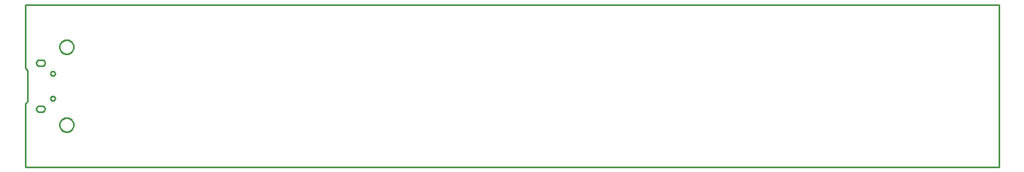
<source format=gbr>
G04 EAGLE Gerber RS-274X export*
G75*
%MOMM*%
%FSLAX34Y34*%
%LPD*%
%IN*%
%IPPOS*%
%AMOC8*
5,1,8,0,0,1.08239X$1,22.5*%
G01*
%ADD10C,0.254000*%


D10*
X0Y0D02*
X1524000Y0D01*
X1524000Y254000D01*
X0Y254000D01*
X0Y154940D01*
X3810Y151130D01*
X3810Y102870D01*
X0Y99060D01*
X0Y0D01*
X17680Y91000D02*
X17652Y90649D01*
X17654Y90298D01*
X17687Y89948D01*
X17750Y89602D01*
X17843Y89263D01*
X17966Y88933D01*
X18117Y88615D01*
X18294Y88312D01*
X18498Y88025D01*
X18726Y87757D01*
X18976Y87510D01*
X19247Y87286D01*
X19536Y87086D01*
X19842Y86912D01*
X20162Y86766D01*
X20493Y86648D01*
X20833Y86559D01*
X21180Y86500D01*
X27180Y86500D01*
X27527Y86559D01*
X27867Y86648D01*
X28198Y86766D01*
X28518Y86912D01*
X28824Y87086D01*
X29113Y87286D01*
X29384Y87510D01*
X29634Y87757D01*
X29862Y88025D01*
X30066Y88312D01*
X30243Y88615D01*
X30394Y88933D01*
X30517Y89263D01*
X30610Y89602D01*
X30673Y89948D01*
X30706Y90298D01*
X30708Y90649D01*
X30680Y91000D01*
X30708Y91351D01*
X30706Y91702D01*
X30673Y92052D01*
X30610Y92398D01*
X30517Y92737D01*
X30394Y93067D01*
X30243Y93385D01*
X30066Y93688D01*
X29862Y93975D01*
X29634Y94243D01*
X29384Y94490D01*
X29113Y94714D01*
X28824Y94914D01*
X28518Y95088D01*
X28198Y95234D01*
X27867Y95352D01*
X27527Y95441D01*
X27180Y95500D01*
X21180Y95500D01*
X20833Y95441D01*
X20493Y95352D01*
X20162Y95234D01*
X19842Y95088D01*
X19536Y94914D01*
X19247Y94714D01*
X18976Y94490D01*
X18726Y94243D01*
X18498Y93975D01*
X18294Y93688D01*
X18117Y93385D01*
X17966Y93067D01*
X17843Y92737D01*
X17750Y92398D01*
X17687Y92052D01*
X17654Y91702D01*
X17652Y91351D01*
X17680Y91000D01*
X17680Y162000D02*
X17716Y161674D01*
X17780Y161353D01*
X17872Y161038D01*
X17992Y160733D01*
X18137Y160439D01*
X18307Y160159D01*
X18502Y159894D01*
X18718Y159648D01*
X18955Y159422D01*
X19211Y159217D01*
X19484Y159035D01*
X19772Y158877D01*
X20072Y158746D01*
X20382Y158641D01*
X20701Y158563D01*
X21025Y158514D01*
X21352Y158492D01*
X21680Y158500D01*
X27180Y158500D01*
X27485Y158513D01*
X27788Y158553D01*
X28086Y158619D01*
X28377Y158711D01*
X28659Y158828D01*
X28930Y158969D01*
X29188Y159133D01*
X29430Y159319D01*
X29655Y159525D01*
X29861Y159750D01*
X30047Y159992D01*
X30211Y160250D01*
X30352Y160521D01*
X30469Y160803D01*
X30561Y161094D01*
X30627Y161392D01*
X30667Y161695D01*
X30680Y162000D01*
X30680Y164000D01*
X30667Y164305D01*
X30627Y164608D01*
X30561Y164906D01*
X30469Y165197D01*
X30352Y165479D01*
X30211Y165750D01*
X30047Y166008D01*
X29861Y166250D01*
X29655Y166475D01*
X29430Y166681D01*
X29188Y166867D01*
X28930Y167031D01*
X28659Y167172D01*
X28377Y167289D01*
X28086Y167381D01*
X27788Y167447D01*
X27485Y167487D01*
X27180Y167500D01*
X21680Y167500D01*
X21352Y167508D01*
X21025Y167486D01*
X20701Y167437D01*
X20382Y167359D01*
X20072Y167254D01*
X19772Y167123D01*
X19484Y166965D01*
X19211Y166783D01*
X18955Y166578D01*
X18718Y166352D01*
X18502Y166106D01*
X18307Y165842D01*
X18137Y165561D01*
X17992Y165268D01*
X17872Y164962D01*
X17780Y164647D01*
X17716Y164326D01*
X17680Y164000D01*
X17680Y162000D01*
X75770Y65608D02*
X75702Y64746D01*
X75567Y63892D01*
X75365Y63052D01*
X75098Y62230D01*
X74767Y61431D01*
X74375Y60661D01*
X73923Y59924D01*
X73415Y59225D01*
X72854Y58567D01*
X72243Y57956D01*
X71585Y57395D01*
X70886Y56887D01*
X70149Y56435D01*
X69379Y56043D01*
X68580Y55712D01*
X67758Y55445D01*
X66918Y55243D01*
X66064Y55108D01*
X65202Y55040D01*
X64338Y55040D01*
X63476Y55108D01*
X62622Y55243D01*
X61782Y55445D01*
X60960Y55712D01*
X60161Y56043D01*
X59391Y56435D01*
X58654Y56887D01*
X57955Y57395D01*
X57297Y57956D01*
X56686Y58567D01*
X56125Y59225D01*
X55617Y59924D01*
X55165Y60661D01*
X54773Y61431D01*
X54442Y62230D01*
X54175Y63052D01*
X53973Y63892D01*
X53838Y64746D01*
X53770Y65608D01*
X53770Y66472D01*
X53838Y67334D01*
X53973Y68188D01*
X54175Y69028D01*
X54442Y69850D01*
X54773Y70649D01*
X55165Y71419D01*
X55617Y72156D01*
X56125Y72855D01*
X56686Y73513D01*
X57297Y74124D01*
X57955Y74685D01*
X58654Y75193D01*
X59391Y75645D01*
X60161Y76037D01*
X60960Y76368D01*
X61782Y76635D01*
X62622Y76837D01*
X63476Y76972D01*
X64338Y77040D01*
X65202Y77040D01*
X66064Y76972D01*
X66918Y76837D01*
X67758Y76635D01*
X68580Y76368D01*
X69379Y76037D01*
X70149Y75645D01*
X70886Y75193D01*
X71585Y74685D01*
X72243Y74124D01*
X72854Y73513D01*
X73415Y72855D01*
X73923Y72156D01*
X74375Y71419D01*
X74767Y70649D01*
X75098Y69850D01*
X75365Y69028D01*
X75567Y68188D01*
X75702Y67334D01*
X75770Y66472D01*
X75770Y65608D01*
X75770Y187528D02*
X75702Y186666D01*
X75567Y185812D01*
X75365Y184972D01*
X75098Y184150D01*
X74767Y183351D01*
X74375Y182581D01*
X73923Y181844D01*
X73415Y181145D01*
X72854Y180487D01*
X72243Y179876D01*
X71585Y179315D01*
X70886Y178807D01*
X70149Y178355D01*
X69379Y177963D01*
X68580Y177632D01*
X67758Y177365D01*
X66918Y177163D01*
X66064Y177028D01*
X65202Y176960D01*
X64338Y176960D01*
X63476Y177028D01*
X62622Y177163D01*
X61782Y177365D01*
X60960Y177632D01*
X60161Y177963D01*
X59391Y178355D01*
X58654Y178807D01*
X57955Y179315D01*
X57297Y179876D01*
X56686Y180487D01*
X56125Y181145D01*
X55617Y181844D01*
X55165Y182581D01*
X54773Y183351D01*
X54442Y184150D01*
X54175Y184972D01*
X53973Y185812D01*
X53838Y186666D01*
X53770Y187528D01*
X53770Y188392D01*
X53838Y189254D01*
X53973Y190108D01*
X54175Y190948D01*
X54442Y191770D01*
X54773Y192569D01*
X55165Y193339D01*
X55617Y194076D01*
X56125Y194775D01*
X56686Y195433D01*
X57297Y196044D01*
X57955Y196605D01*
X58654Y197113D01*
X59391Y197565D01*
X60161Y197957D01*
X60960Y198288D01*
X61782Y198555D01*
X62622Y198757D01*
X63476Y198892D01*
X64338Y198960D01*
X65202Y198960D01*
X66064Y198892D01*
X66918Y198757D01*
X67758Y198555D01*
X68580Y198288D01*
X69379Y197957D01*
X70149Y197565D01*
X70886Y197113D01*
X71585Y196605D01*
X72243Y196044D01*
X72854Y195433D01*
X73415Y194775D01*
X73923Y194076D01*
X74375Y193339D01*
X74767Y192569D01*
X75098Y191770D01*
X75365Y190948D01*
X75567Y190108D01*
X75702Y189254D01*
X75770Y188392D01*
X75770Y187528D01*
X42951Y143000D02*
X42496Y143060D01*
X42053Y143179D01*
X41629Y143354D01*
X41231Y143584D01*
X40867Y143863D01*
X40543Y144187D01*
X40264Y144551D01*
X40034Y144949D01*
X39859Y145373D01*
X39740Y145816D01*
X39680Y146271D01*
X39680Y146729D01*
X39740Y147184D01*
X39859Y147627D01*
X40034Y148051D01*
X40264Y148449D01*
X40543Y148813D01*
X40867Y149137D01*
X41231Y149416D01*
X41629Y149646D01*
X42053Y149821D01*
X42496Y149940D01*
X42951Y150000D01*
X43409Y150000D01*
X43864Y149940D01*
X44307Y149821D01*
X44731Y149646D01*
X45129Y149416D01*
X45493Y149137D01*
X45817Y148813D01*
X46096Y148449D01*
X46326Y148051D01*
X46501Y147627D01*
X46620Y147184D01*
X46680Y146729D01*
X46680Y146271D01*
X46620Y145816D01*
X46501Y145373D01*
X46326Y144949D01*
X46096Y144551D01*
X45817Y144187D01*
X45493Y143863D01*
X45129Y143584D01*
X44731Y143354D01*
X44307Y143179D01*
X43864Y143060D01*
X43409Y143000D01*
X42951Y143000D01*
X42951Y104000D02*
X42496Y104060D01*
X42053Y104179D01*
X41629Y104354D01*
X41231Y104584D01*
X40867Y104863D01*
X40543Y105187D01*
X40264Y105551D01*
X40034Y105949D01*
X39859Y106373D01*
X39740Y106816D01*
X39680Y107271D01*
X39680Y107729D01*
X39740Y108184D01*
X39859Y108627D01*
X40034Y109051D01*
X40264Y109449D01*
X40543Y109813D01*
X40867Y110137D01*
X41231Y110416D01*
X41629Y110646D01*
X42053Y110821D01*
X42496Y110940D01*
X42951Y111000D01*
X43409Y111000D01*
X43864Y110940D01*
X44307Y110821D01*
X44731Y110646D01*
X45129Y110416D01*
X45493Y110137D01*
X45817Y109813D01*
X46096Y109449D01*
X46326Y109051D01*
X46501Y108627D01*
X46620Y108184D01*
X46680Y107729D01*
X46680Y107271D01*
X46620Y106816D01*
X46501Y106373D01*
X46326Y105949D01*
X46096Y105551D01*
X45817Y105187D01*
X45493Y104863D01*
X45129Y104584D01*
X44731Y104354D01*
X44307Y104179D01*
X43864Y104060D01*
X43409Y104000D01*
X42951Y104000D01*
M02*

</source>
